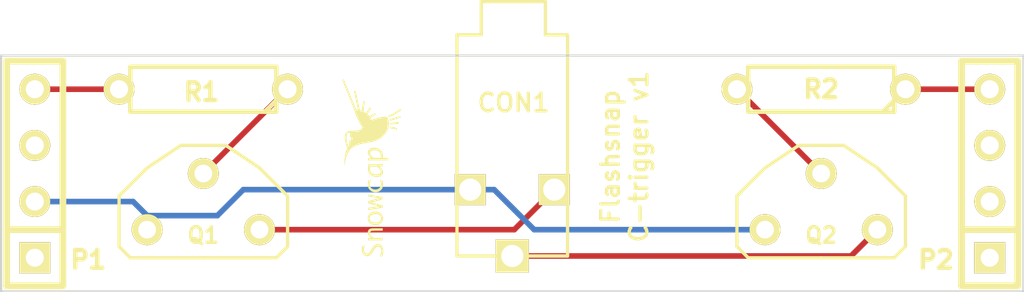
<source format=kicad_pcb>
(kicad_pcb (version 20171130) (host pcbnew "(5.1.12)-1")

  (general
    (thickness 1.6)
    (drawings 5)
    (tracks 17)
    (zones 0)
    (modules 8)
    (nets 8)
  )

  (page A3)
  (layers
    (0 F.Cu signal)
    (31 B.Cu signal)
    (32 B.Adhes user)
    (33 F.Adhes user)
    (34 B.Paste user)
    (35 F.Paste user)
    (36 B.SilkS user)
    (37 F.SilkS user)
    (38 B.Mask user)
    (39 F.Mask user)
    (40 Dwgs.User user)
    (41 Cmts.User user)
    (42 Eco1.User user)
    (43 Eco2.User user)
    (44 Edge.Cuts user)
  )

  (setup
    (last_trace_width 0.254)
    (trace_clearance 0.254)
    (zone_clearance 0.508)
    (zone_45_only no)
    (trace_min 0.254)
    (via_size 0.889)
    (via_drill 0.635)
    (via_min_size 0.889)
    (via_min_drill 0.508)
    (uvia_size 0.508)
    (uvia_drill 0.127)
    (uvias_allowed no)
    (uvia_min_size 0.508)
    (uvia_min_drill 0.127)
    (edge_width 0.1)
    (segment_width 0.2)
    (pcb_text_width 0.3)
    (pcb_text_size 1.5 1.5)
    (mod_edge_width 0.15)
    (mod_text_size 1 1)
    (mod_text_width 0.15)
    (pad_size 1.4 1.4)
    (pad_drill 1)
    (pad_to_mask_clearance 0)
    (aux_axis_origin 0 0)
    (visible_elements 7FFFFFFF)
    (pcbplotparams
      (layerselection 0x00030_ffffffff)
      (usegerberextensions true)
      (usegerberattributes true)
      (usegerberadvancedattributes true)
      (creategerberjobfile true)
      (excludeedgelayer true)
      (linewidth 0.150000)
      (plotframeref false)
      (viasonmask false)
      (mode 1)
      (useauxorigin false)
      (hpglpennumber 1)
      (hpglpenspeed 20)
      (hpglpendiameter 15.000000)
      (psnegative false)
      (psa4output false)
      (plotreference true)
      (plotvalue true)
      (plotinvisibletext false)
      (padsonsilk false)
      (subtractmaskfromsilk false)
      (outputformat 1)
      (mirror false)
      (drillshape 0)
      (scaleselection 1)
      (outputdirectory "gerbers/"))
  )

  (net 0 "")
  (net 1 N-000001)
  (net 2 N-0000010)
  (net 3 N-0000011)
  (net 4 N-0000012)
  (net 5 N-000002)
  (net 6 N-000003)
  (net 7 N-000009)

  (net_class Default "This is the default net class."
    (clearance 0.254)
    (trace_width 0.254)
    (via_dia 0.889)
    (via_drill 0.635)
    (uvia_dia 0.508)
    (uvia_drill 0.127)
    (add_net N-000001)
    (add_net N-0000010)
    (add_net N-0000011)
    (add_net N-0000012)
    (add_net N-000002)
    (add_net N-000003)
    (add_net N-000009)
  )

  (module SJ2.5PC (layer F.Cu) (tedit 5492BA4A) (tstamp 0)
    (at 217.17 138.43 270)
    (path /5491E788)
    (fp_text reference CON1 (at -1.93 -0.06) (layer F.SilkS)
      (effects (font (size 0.8 0.8) (thickness 0.15)))
    )
    (fp_text value BARREL_JACK (at -2.8 3.9 270) (layer F.SilkS) hide
      (effects (font (size 1 1) (thickness 0.15)))
    )
    (fp_line (start 5 -2.5) (end 5 2.5) (layer F.SilkS) (width 0.15))
    (fp_line (start -5 -2.5) (end -5 -1.5) (layer F.SilkS) (width 0.15))
    (fp_line (start 5 -2.5) (end -5 -2.5) (layer F.SilkS) (width 0.15))
    (fp_line (start -5 1.4) (end -6.5 1.4) (layer F.SilkS) (width 0.15))
    (fp_line (start -5 2.5) (end -5 1.4) (layer F.SilkS) (width 0.15))
    (fp_line (start -6.5 -1.5) (end -6.5 1.4) (layer F.SilkS) (width 0.15))
    (fp_line (start -5 -1.5) (end -6.5 -1.5) (layer F.SilkS) (width 0.15))
    (fp_line (start 5 2.5) (end -5 2.5) (layer F.SilkS) (width 0.15))
    (pad 3 thru_hole rect (at 5 0 270) (size 1.5 1.5) (drill 1) (layers *.Cu *.Mask F.SilkS)
      (net 6 N-000003))
    (pad 2 thru_hole rect (at 2 -1.9 270) (size 1.4 1.4) (drill 1) (layers *.Cu *.Mask F.SilkS)
      (net 5 N-000002))
    (pad 1 thru_hole rect (at 2 1.9 270) (size 1.4 1.4) (drill 1) (layers *.Cu *.Mask F.SilkS)
      (net 1 N-000001))
  )

  (module TO92PN-LARGE (layer F.Cu) (tedit 5485FD39) (tstamp 54912F3C)
    (at 203.2 139.7 180)
    (path /54912AB1)
    (fp_text reference Q1 (at 0 -2.794 180) (layer F.SilkS)
      (effects (font (size 0.7 0.7) (thickness 0.15)))
    )
    (fp_text value NPN (at 0 -1.524 180) (layer F.SilkS) hide
      (effects (font (size 0.6 0.6) (thickness 0.15)))
    )
    (fp_line (start -3.302 -3.81) (end -3.81 -3.302) (layer F.SilkS) (width 0.15))
    (fp_line (start 0 -3.81) (end -3.302 -3.81) (layer F.SilkS) (width 0.15))
    (fp_line (start 3.302 -3.81) (end 0 -3.81) (layer F.SilkS) (width 0.15))
    (fp_line (start 3.81 -3.302) (end 3.302 -3.81) (layer F.SilkS) (width 0.15))
    (fp_line (start 3.81 -1.016) (end 3.81 -3.302) (layer F.SilkS) (width 0.15))
    (fp_line (start 2.54 0.254) (end 3.81 -1.016) (layer F.SilkS) (width 0.15))
    (fp_line (start 1.016 1.27) (end 2.54 0.254) (layer F.SilkS) (width 0.15))
    (fp_line (start -1.016 1.27) (end 1.016 1.27) (layer F.SilkS) (width 0.15))
    (fp_line (start -2.54 0.254) (end -1.016 1.27) (layer F.SilkS) (width 0.15))
    (fp_line (start -3.81 -1.016) (end -2.54 0.254) (layer F.SilkS) (width 0.15))
    (fp_line (start -3.81 -3.302) (end -3.81 -1.016) (layer F.SilkS) (width 0.15))
    (pad 1 thru_hole circle (at 2.54 -2.54 180) (size 1.4 1.4) (drill 0.8) (layers *.Cu *.Mask F.SilkS)
      (net 1 N-000001))
    (pad 2 thru_hole circle (at 0 0 180) (size 1.4 1.4) (drill 0.8) (layers *.Cu *.Mask F.SilkS)
      (net 2 N-0000010))
    (pad 3 thru_hole circle (at -2.54 -2.54 180) (size 1.4 1.4) (drill 0.8) (layers *.Cu *.Mask F.SilkS)
      (net 5 N-000002))
    (model to-xxx-packages/to92.wrl
      (at (xyz 0 0 0))
      (scale (xyz 1 1 1))
      (rotate (xyz 0 0 0))
    )
  )

  (module TO92PN-LARGE (layer F.Cu) (tedit 5485FD39) (tstamp 54912F4E)
    (at 231.14 139.7 180)
    (path /54912AC0)
    (fp_text reference Q2 (at 0 -2.794 180) (layer F.SilkS)
      (effects (font (size 0.7 0.7) (thickness 0.15)))
    )
    (fp_text value NPN (at 0 -1.524 180) (layer F.SilkS) hide
      (effects (font (size 0.6 0.6) (thickness 0.15)))
    )
    (fp_line (start -3.302 -3.81) (end -3.81 -3.302) (layer F.SilkS) (width 0.15))
    (fp_line (start 0 -3.81) (end -3.302 -3.81) (layer F.SilkS) (width 0.15))
    (fp_line (start 3.302 -3.81) (end 0 -3.81) (layer F.SilkS) (width 0.15))
    (fp_line (start 3.81 -3.302) (end 3.302 -3.81) (layer F.SilkS) (width 0.15))
    (fp_line (start 3.81 -1.016) (end 3.81 -3.302) (layer F.SilkS) (width 0.15))
    (fp_line (start 2.54 0.254) (end 3.81 -1.016) (layer F.SilkS) (width 0.15))
    (fp_line (start 1.016 1.27) (end 2.54 0.254) (layer F.SilkS) (width 0.15))
    (fp_line (start -1.016 1.27) (end 1.016 1.27) (layer F.SilkS) (width 0.15))
    (fp_line (start -2.54 0.254) (end -1.016 1.27) (layer F.SilkS) (width 0.15))
    (fp_line (start -3.81 -1.016) (end -2.54 0.254) (layer F.SilkS) (width 0.15))
    (fp_line (start -3.81 -3.302) (end -3.81 -1.016) (layer F.SilkS) (width 0.15))
    (pad 1 thru_hole circle (at 2.54 -2.54 180) (size 1.4 1.4) (drill 0.8) (layers *.Cu *.Mask F.SilkS)
      (net 1 N-000001))
    (pad 2 thru_hole circle (at 0 0 180) (size 1.4 1.4) (drill 0.8) (layers *.Cu *.Mask F.SilkS)
      (net 7 N-000009))
    (pad 3 thru_hole circle (at -2.54 -2.54 180) (size 1.4 1.4) (drill 0.8) (layers *.Cu *.Mask F.SilkS)
      (net 6 N-000003))
    (model to-xxx-packages/to92.wrl
      (at (xyz 0 0 0))
      (scale (xyz 1 1 1))
      (rotate (xyz 0 0 0))
    )
  )

  (module R3 (layer F.Cu) (tedit 0) (tstamp 5492B7DD)
    (at 231.14 135.89 180)
    (descr "Resitance 3 pas")
    (tags R)
    (path /549129D5)
    (autoplace_cost180 10)
    (fp_text reference R2 (at 0 0 180) (layer F.SilkS)
      (effects (font (size 0.8 0.8) (thickness 0.2)))
    )
    (fp_text value R (at 0 0.127 180) (layer F.SilkS) hide
      (effects (font (size 1.397 1.27) (thickness 0.2032)))
    )
    (fp_line (start -3.302 -0.508) (end -2.794 -1.016) (layer F.SilkS) (width 0.2032))
    (fp_line (start 3.302 1.016) (end 3.302 0) (layer F.SilkS) (width 0.2032))
    (fp_line (start -3.302 1.016) (end 3.302 1.016) (layer F.SilkS) (width 0.2032))
    (fp_line (start -3.302 -1.016) (end -3.302 1.016) (layer F.SilkS) (width 0.2032))
    (fp_line (start 3.302 -1.016) (end -3.302 -1.016) (layer F.SilkS) (width 0.2032))
    (fp_line (start 3.302 0) (end 3.302 -1.016) (layer F.SilkS) (width 0.2032))
    (fp_line (start 3.81 0) (end 3.302 0) (layer F.SilkS) (width 0.2032))
    (fp_line (start -3.81 0) (end -3.302 0) (layer F.SilkS) (width 0.2032))
    (pad 1 thru_hole circle (at -3.81 0 180) (size 1.397 1.397) (drill 0.8128) (layers *.Cu *.Mask F.SilkS)
      (net 4 N-0000012))
    (pad 2 thru_hole circle (at 3.81 0 180) (size 1.397 1.397) (drill 0.8128) (layers *.Cu *.Mask F.SilkS)
      (net 7 N-000009))
    (model discret/resistor.wrl
      (at (xyz 0 0 0))
      (scale (xyz 0.3 0.3 0.3))
      (rotate (xyz 0 0 0))
    )
  )

  (module R3 (layer F.Cu) (tedit 54913477) (tstamp 54912F94)
    (at 203.2 135.89 180)
    (descr "Resitance 3 pas")
    (tags R)
    (path /549129D6)
    (autoplace_cost180 10)
    (fp_text reference R1 (at 0.08 -0.13 180) (layer F.SilkS)
      (effects (font (size 0.8 0.8) (thickness 0.2)))
    )
    (fp_text value R (at 0 0.127 180) (layer F.SilkS) hide
      (effects (font (size 1.397 1.27) (thickness 0.2032)))
    )
    (fp_line (start -3.302 -0.508) (end -2.794 -1.016) (layer F.SilkS) (width 0.2032))
    (fp_line (start 3.302 1.016) (end 3.302 0) (layer F.SilkS) (width 0.2032))
    (fp_line (start -3.302 1.016) (end 3.302 1.016) (layer F.SilkS) (width 0.2032))
    (fp_line (start -3.302 -1.016) (end -3.302 1.016) (layer F.SilkS) (width 0.2032))
    (fp_line (start 3.302 -1.016) (end -3.302 -1.016) (layer F.SilkS) (width 0.2032))
    (fp_line (start 3.302 0) (end 3.302 -1.016) (layer F.SilkS) (width 0.2032))
    (fp_line (start 3.81 0) (end 3.302 0) (layer F.SilkS) (width 0.2032))
    (fp_line (start -3.81 0) (end -3.302 0) (layer F.SilkS) (width 0.2032))
    (pad 1 thru_hole circle (at -3.81 0 180) (size 1.397 1.397) (drill 0.8128) (layers *.Cu *.Mask F.SilkS)
      (net 2 N-0000010))
    (pad 2 thru_hole circle (at 3.81 0 180) (size 1.397 1.397) (drill 0.8128) (layers *.Cu *.Mask F.SilkS)
      (net 3 N-0000011))
    (model discret/resistor.wrl
      (at (xyz 0 0 0))
      (scale (xyz 0.3 0.3 0.3))
      (rotate (xyz 0 0 0))
    )
  )

  (module SIL-4 (layer F.Cu) (tedit 5491E9B8) (tstamp 0)
    (at 195.58 139.7 90)
    (descr "Connecteur 4 pibs")
    (tags "CONN DEV")
    (path /5491E68B)
    (fp_text reference P1 (at -3.9 2.42 180) (layer F.SilkS)
      (effects (font (size 0.8 0.8) (thickness 0.2)))
    )
    (fp_text value CONN_4 (at 0 -2.54 90) (layer F.SilkS) hide
      (effects (font (size 1.524 1.016) (thickness 0.3048)))
    )
    (fp_line (start -2.54 1.27) (end -2.54 -1.27) (layer F.SilkS) (width 0.3048))
    (fp_line (start 5.08 1.27) (end -5.08 1.27) (layer F.SilkS) (width 0.3048))
    (fp_line (start 5.08 -1.27) (end 5.08 1.27) (layer F.SilkS) (width 0.3048))
    (fp_line (start -5.08 -1.27) (end 5.08 -1.27) (layer F.SilkS) (width 0.3048))
    (fp_line (start -5.08 -1.27) (end -5.08 -1.27) (layer F.SilkS) (width 0.3048))
    (fp_line (start -5.08 1.27) (end -5.08 -1.27) (layer F.SilkS) (width 0.3048))
    (fp_line (start -5.08 -1.27) (end -5.08 -1.27) (layer F.SilkS) (width 0.3048))
    (pad 1 thru_hole rect (at -3.81 0 90) (size 1.397 1.397) (drill 0.8128) (layers *.Cu *.Mask F.SilkS))
    (pad 2 thru_hole circle (at -1.27 0 90) (size 1.397 1.397) (drill 0.8128) (layers *.Cu *.Mask F.SilkS)
      (net 1 N-000001))
    (pad 3 thru_hole circle (at 1.27 0 90) (size 1.397 1.397) (drill 0.8128) (layers *.Cu *.Mask F.SilkS))
    (pad 4 thru_hole circle (at 3.81 0 90) (size 1.397 1.397) (drill 0.8128) (layers *.Cu *.Mask F.SilkS)
      (net 3 N-0000011))
  )

  (module SIL-4 (layer F.Cu) (tedit 5491E9C9) (tstamp 5491E92F)
    (at 238.76 139.7 90)
    (descr "Connecteur 4 pibs")
    (tags "CONN DEV")
    (path /5491E69A)
    (fp_text reference P2 (at -3.9 -2.43 180) (layer F.SilkS)
      (effects (font (size 0.8 0.8) (thickness 0.2)))
    )
    (fp_text value CONN_4 (at 0 -2.54 90) (layer F.SilkS) hide
      (effects (font (size 1.524 1.016) (thickness 0.3048)))
    )
    (fp_line (start -2.54 1.27) (end -2.54 -1.27) (layer F.SilkS) (width 0.3048))
    (fp_line (start 5.08 1.27) (end -5.08 1.27) (layer F.SilkS) (width 0.3048))
    (fp_line (start 5.08 -1.27) (end 5.08 1.27) (layer F.SilkS) (width 0.3048))
    (fp_line (start -5.08 -1.27) (end 5.08 -1.27) (layer F.SilkS) (width 0.3048))
    (fp_line (start -5.08 -1.27) (end -5.08 -1.27) (layer F.SilkS) (width 0.3048))
    (fp_line (start -5.08 1.27) (end -5.08 -1.27) (layer F.SilkS) (width 0.3048))
    (fp_line (start -5.08 -1.27) (end -5.08 -1.27) (layer F.SilkS) (width 0.3048))
    (pad 1 thru_hole rect (at -3.81 0 90) (size 1.397 1.397) (drill 0.8128) (layers *.Cu *.Mask F.SilkS))
    (pad 2 thru_hole circle (at -1.27 0 90) (size 1.397 1.397) (drill 0.8128) (layers *.Cu *.Mask F.SilkS))
    (pad 3 thru_hole circle (at 1.27 0 90) (size 1.397 1.397) (drill 0.8128) (layers *.Cu *.Mask F.SilkS))
    (pad 4 thru_hole circle (at 3.81 0 90) (size 1.397 1.397) (drill 0.8128) (layers *.Cu *.Mask F.SilkS)
      (net 4 N-0000012))
  )

  (module LOGO_SNOWCAP_FRONT_SMALL (layer F.Cu) (tedit 5493CD4C) (tstamp 54961ECA)
    (at 210.82 139.446 90)
    (fp_text reference VAL (at 0 0 90) (layer F.SilkS) hide
      (effects (font (size 0.381 0.381) (thickness 0.09525)))
    )
    (fp_text value REF (at 0 0 90) (layer F.SilkS) hide
      (effects (font (size 0.381 0.381) (thickness 0.09525)))
    )
    (fp_poly (pts (xy -1.20904 -0.1651) (xy -1.20904 -0.16256) (xy -1.21158 -0.14986) (xy -1.21412 -0.13208)
      (xy -1.2192 -0.10668) (xy -1.22428 -0.0762) (xy -1.22936 -0.04318) (xy -1.23444 -0.00254)
      (xy -1.24206 0.04064) (xy -1.24968 0.0889) (xy -1.2573 0.13716) (xy -1.26238 0.1651)
      (xy -1.31572 0.49276) (xy -1.36652 0.49276) (xy -1.41732 0.49022) (xy -1.48082 0.2794)
      (xy -1.49352 0.23622) (xy -1.50622 0.19812) (xy -1.51638 0.16002) (xy -1.52654 0.12192)
      (xy -1.5367 0.09144) (xy -1.54432 0.0635) (xy -1.5494 0.04064) (xy -1.55448 0.0254)
      (xy -1.55448 0.02286) (xy -1.55702 0.00508) (xy -1.5621 -0.0127) (xy -1.56464 -0.02032)
      (xy -1.56464 -0.0254) (xy -1.56718 -0.02032) (xy -1.56972 -0.01016) (xy -1.57226 0.00508)
      (xy -1.57734 0.02286) (xy -1.57988 0.03302) (xy -1.58496 0.05334) (xy -1.59004 0.07874)
      (xy -1.59766 0.10922) (xy -1.60528 0.14478) (xy -1.61544 0.18034) (xy -1.6256 0.22098)
      (xy -1.63576 0.26162) (xy -1.64084 0.2794) (xy -1.69418 0.49276) (xy -1.74752 0.49276)
      (xy -1.77038 0.49276) (xy -1.78562 0.49276) (xy -1.79324 0.49276) (xy -1.80086 0.49022)
      (xy -1.8034 0.48768) (xy -1.8034 0.48514) (xy -1.8034 0.47752) (xy -1.80594 0.46482)
      (xy -1.81102 0.44704) (xy -1.81356 0.42164) (xy -1.81864 0.39116) (xy -1.82372 0.3556)
      (xy -1.83134 0.31496) (xy -1.83896 0.27178) (xy -1.84658 0.22606) (xy -1.8542 0.1778)
      (xy -1.85674 0.1651) (xy -1.86436 0.11684) (xy -1.87198 0.06858) (xy -1.8796 0.0254)
      (xy -1.88468 -0.01778) (xy -1.8923 -0.05334) (xy -1.89738 -0.08636) (xy -1.89992 -0.1143)
      (xy -1.905 -0.13462) (xy -1.90754 -0.14986) (xy -1.90754 -0.15748) (xy -1.91008 -0.16764)
      (xy -1.85928 -0.16764) (xy -1.83642 -0.16764) (xy -1.82118 -0.16764) (xy -1.81102 -0.1651)
      (xy -1.80848 -0.1651) (xy -1.80848 -0.16256) (xy -1.80594 -0.16002) (xy -1.80594 -0.14732)
      (xy -1.80086 -0.12954) (xy -1.79832 -0.10414) (xy -1.79324 -0.0762) (xy -1.78816 -0.04318)
      (xy -1.78308 -0.00762) (xy -1.77546 0.03302) (xy -1.77546 0.03556) (xy -1.7653 0.09652)
      (xy -1.75768 0.1524) (xy -1.75006 0.19812) (xy -1.74498 0.23622) (xy -1.7399 0.2667)
      (xy -1.73482 0.28956) (xy -1.73228 0.30734) (xy -1.72974 0.3175) (xy -1.72974 0.32004)
      (xy -1.7272 0.3175) (xy -1.72466 0.30734) (xy -1.72212 0.2921) (xy -1.71958 0.2794)
      (xy -1.71704 0.2667) (xy -1.7145 0.24892) (xy -1.70688 0.22352) (xy -1.7018 0.19558)
      (xy -1.69164 0.16002) (xy -1.68402 0.12446) (xy -1.67386 0.08636) (xy -1.6637 0.04572)
      (xy -1.66116 0.03556) (xy -1.60782 -0.16764) (xy -1.55702 -0.16764) (xy -1.50876 -0.16764)
      (xy -1.45034 0.02794) (xy -1.44018 0.06858) (xy -1.42748 0.10668) (xy -1.41732 0.14478)
      (xy -1.40716 0.18034) (xy -1.39954 0.21082) (xy -1.39192 0.23876) (xy -1.38684 0.25908)
      (xy -1.38176 0.27178) (xy -1.37668 0.29464) (xy -1.37414 0.30734) (xy -1.3716 0.31496)
      (xy -1.36906 0.31496) (xy -1.36906 0.31242) (xy -1.36652 0.30734) (xy -1.36398 0.2921)
      (xy -1.36144 0.27432) (xy -1.3589 0.25146) (xy -1.35382 0.22606) (xy -1.35128 0.20828)
      (xy -1.3462 0.18034) (xy -1.34112 0.14732) (xy -1.33604 0.10922) (xy -1.32842 0.06858)
      (xy -1.32334 0.02794) (xy -1.31826 -0.0127) (xy -1.31572 -0.0254) (xy -1.31064 -0.05588)
      (xy -1.30556 -0.08636) (xy -1.30048 -0.11176) (xy -1.29794 -0.13462) (xy -1.2954 -0.1524)
      (xy -1.29286 -0.16256) (xy -1.29286 -0.1651) (xy -1.29032 -0.16764) (xy -1.28016 -0.16764)
      (xy -1.26746 -0.16764) (xy -1.25222 -0.16764) (xy -1.23444 -0.16764) (xy -1.22174 -0.16764)
      (xy -1.21158 -0.16764) (xy -1.20904 -0.1651)) (layer F.SilkS) (width 0.00254))
    (fp_poly (pts (xy -2.7305 0.49276) (xy -2.78384 0.49276) (xy -2.83718 0.49276) (xy -2.83972 0.25654)
      (xy -2.83972 0.19812) (xy -2.83972 0.14732) (xy -2.84226 0.10414) (xy -2.84226 0.06858)
      (xy -2.84226 0.0381) (xy -2.8448 0.01778) (xy -2.8448 0.00254) (xy -2.84734 -0.00254)
      (xy -2.85496 -0.03048) (xy -2.8702 -0.0508) (xy -2.89052 -0.06858) (xy -2.91338 -0.08128)
      (xy -2.93116 -0.08382) (xy -2.95656 -0.08382) (xy -2.9845 -0.07366) (xy -3.01498 -0.06096)
      (xy -3.04546 -0.04064) (xy -3.07594 -0.01524) (xy -3.10388 0.0127) (xy -3.13182 0.04572)
      (xy -3.15468 0.08128) (xy -3.15722 0.08382) (xy -3.16992 0.10922) (xy -3.16992 0.29972)
      (xy -3.16992 0.49276) (xy -3.2258 0.49276) (xy -3.27914 0.49276) (xy -3.27914 0.16256)
      (xy -3.27914 -0.16764) (xy -3.2258 -0.16764) (xy -3.16992 -0.16764) (xy -3.16992 -0.09652)
      (xy -3.16992 -0.02794) (xy -3.15976 -0.04064) (xy -3.14198 -0.0635) (xy -3.12928 -0.07874)
      (xy -3.11658 -0.09398) (xy -3.10388 -0.10414) (xy -3.09118 -0.11684) (xy -3.08864 -0.11684)
      (xy -3.05308 -0.14478) (xy -3.01244 -0.1651) (xy -2.97434 -0.1778) (xy -2.9337 -0.18542)
      (xy -2.8956 -0.18288) (xy -2.86004 -0.17526) (xy -2.82448 -0.15748) (xy -2.81686 -0.1524)
      (xy -2.79146 -0.13716) (xy -2.77368 -0.11684) (xy -2.75844 -0.09398) (xy -2.74828 -0.06604)
      (xy -2.74066 -0.03556) (xy -2.73558 0.00508) (xy -2.73558 0.01016) (xy -2.73304 0.02286)
      (xy -2.73304 0.04318) (xy -2.73304 0.06858) (xy -2.7305 0.09906) (xy -2.7305 0.13462)
      (xy -2.7305 0.17272) (xy -2.7305 0.21336) (xy -2.7305 0.25654) (xy -2.7305 0.27432)
      (xy -2.7305 0.49276)) (layer F.SilkS) (width 0.00254))
    (fp_poly (pts (xy 0.18796 0.48768) (xy 0.18542 0.49022) (xy 0.18034 0.49276) (xy 0.17018 0.49276)
      (xy 0.15494 0.49276) (xy 0.13208 0.49276) (xy 0.07366 0.49276) (xy 0.06604 0.45212)
      (xy 0.0635 0.42926) (xy 0.06096 0.4064) (xy 0.05842 0.38608) (xy 0.05842 0.381)
      (xy 0.05588 0.36576) (xy 0.05588 0.35306) (xy 0.05334 0.34798) (xy 0.05334 0.21844)
      (xy 0.0508 0.0762) (xy 0.0508 -0.07112) (xy 0.02794 -0.0762) (xy 0.01524 -0.07874)
      (xy -0.00508 -0.08128) (xy -0.0254 -0.08128) (xy -0.03556 -0.08382) (xy -0.07874 -0.08382)
      (xy -0.1143 -0.0762) (xy -0.14732 -0.06604) (xy -0.18034 -0.04572) (xy -0.21082 -0.02032)
      (xy -0.21336 -0.01778) (xy -0.23622 0.0127) (xy -0.25654 0.04318) (xy -0.27178 0.0762)
      (xy -0.28194 0.11176) (xy -0.28702 0.13462) (xy -0.28956 0.1651) (xy -0.28956 0.19558)
      (xy -0.2921 0.22606) (xy -0.28956 0.25654) (xy -0.28702 0.2794) (xy -0.28448 0.2921)
      (xy -0.27178 0.32766) (xy -0.254 0.35814) (xy -0.23114 0.381) (xy -0.2159 0.3937)
      (xy -0.1905 0.40386) (xy -0.16256 0.40386) (xy -0.13462 0.39878) (xy -0.12446 0.39624)
      (xy -0.10668 0.38862) (xy -0.09144 0.37846) (xy -0.08382 0.37338) (xy -0.0635 0.35814)
      (xy -0.04064 0.33782) (xy -0.01778 0.31242) (xy 0.00508 0.28702) (xy 0.02286 0.26416)
      (xy 0.02794 0.25654) (xy 0.05334 0.21844) (xy 0.05334 0.34798) (xy 0.0508 0.35306)
      (xy 0.04318 0.36068) (xy 0.0381 0.3683) (xy 0.02286 0.38862) (xy 0.00254 0.41148)
      (xy -0.02032 0.4318) (xy -0.04318 0.45212) (xy -0.05334 0.45974) (xy -0.09398 0.4826)
      (xy -0.13462 0.50038) (xy -0.17272 0.508) (xy -0.21336 0.51054) (xy -0.22352 0.508)
      (xy -0.25654 0.50038) (xy -0.28702 0.48514) (xy -0.3175 0.46482) (xy -0.34544 0.43942)
      (xy -0.3683 0.40894) (xy -0.38354 0.381) (xy -0.38862 0.36576) (xy -0.39624 0.34798)
      (xy -0.40132 0.32766) (xy -0.40132 0.32512) (xy -0.40894 0.26924) (xy -0.41148 0.21336)
      (xy -0.4064 0.16002) (xy -0.39624 0.10668) (xy -0.381 0.05588) (xy -0.36068 0.00762)
      (xy -0.33528 -0.0381) (xy -0.3048 -0.0762) (xy -0.26924 -0.10922) (xy -0.26416 -0.1143)
      (xy -0.23622 -0.13208) (xy -0.21082 -0.14732) (xy -0.18288 -0.16002) (xy -0.16256 -0.1651)
      (xy -0.14986 -0.16764) (xy -0.13716 -0.17018) (xy -0.11938 -0.17272) (xy -0.1016 -0.17272)
      (xy -0.07874 -0.17526) (xy -0.0508 -0.17526) (xy -0.02032 -0.17272) (xy 0.02032 -0.17272)
      (xy 0.06604 -0.17018) (xy 0.07366 -0.17018) (xy 0.1651 -0.16764) (xy 0.1651 0.09144)
      (xy 0.1651 0.1524) (xy 0.1651 0.2032) (xy 0.1651 0.25146) (xy 0.1651 0.28956)
      (xy 0.16764 0.32512) (xy 0.16764 0.3556) (xy 0.17018 0.381) (xy 0.17018 0.40386)
      (xy 0.17272 0.42164) (xy 0.17526 0.43942) (xy 0.1778 0.45466) (xy 0.18288 0.4699)
      (xy 0.18542 0.4826) (xy 0.18796 0.48514) (xy 0.18796 0.48768)) (layer F.SilkS) (width 0.00254))
    (fp_poly (pts (xy -0.54864 0.47244) (xy -0.5588 0.47752) (xy -0.56642 0.48006) (xy -0.58166 0.4826)
      (xy -0.59944 0.48768) (xy -0.60706 0.49022) (xy -0.66548 0.50292) (xy -0.72136 0.508)
      (xy -0.7747 0.51054) (xy -0.80264 0.508) (xy -0.8382 0.50292) (xy -0.8763 0.49276)
      (xy -0.91186 0.47752) (xy -0.93726 0.46482) (xy -0.97282 0.43942) (xy -1.00584 0.40894)
      (xy -1.03378 0.37592) (xy -1.05918 0.33782) (xy -1.06172 0.3302) (xy -1.0795 0.28702)
      (xy -1.0922 0.2413) (xy -1.09728 0.19304) (xy -1.09728 0.14224) (xy -1.0922 0.09398)
      (xy -1.08204 0.04826) (xy -1.0668 0.00508) (xy -1.06426 0.00254) (xy -1.03886 -0.04064)
      (xy -1.00838 -0.07874) (xy -0.97282 -0.1143) (xy -0.93218 -0.14224) (xy -0.889 -0.16256)
      (xy -0.8509 -0.17526) (xy -0.80518 -0.18288) (xy -0.75692 -0.18542) (xy -0.70358 -0.18034)
      (xy -0.65024 -0.17272) (xy -0.59436 -0.16002) (xy -0.57912 -0.15748) (xy -0.54864 -0.14732)
      (xy -0.54864 -0.09652) (xy -0.54864 -0.07366) (xy -0.54864 -0.06096) (xy -0.55118 -0.0508)
      (xy -0.55118 -0.04572) (xy -0.55372 -0.04572) (xy -0.55626 -0.04572) (xy -0.56134 -0.04826)
      (xy -0.57404 -0.05334) (xy -0.59182 -0.05842) (xy -0.60706 -0.0635) (xy -0.62992 -0.07112)
      (xy -0.65024 -0.07874) (xy -0.67056 -0.08382) (xy -0.68326 -0.08636) (xy -0.70866 -0.09144)
      (xy -0.7366 -0.09144) (xy -0.76708 -0.09144) (xy -0.79248 -0.09144) (xy -0.81534 -0.08636)
      (xy -0.85344 -0.07366) (xy -0.88646 -0.05334) (xy -0.9144 -0.0254) (xy -0.9398 0.00762)
      (xy -0.95758 0.04318) (xy -0.97028 0.08382) (xy -0.9779 0.12954) (xy -0.9779 0.15748)
      (xy -0.9779 0.19304) (xy -0.97282 0.22352) (xy -0.9652 0.254) (xy -0.9525 0.28194)
      (xy -0.92964 0.32004) (xy -0.90678 0.35052) (xy -0.87884 0.37592) (xy -0.84582 0.3937)
      (xy -0.83312 0.39878) (xy -0.81788 0.40132) (xy -0.79502 0.4064) (xy -0.76962 0.4064)
      (xy -0.74168 0.40894) (xy -0.71628 0.40894) (xy -0.69088 0.4064) (xy -0.68072 0.4064)
      (xy -0.66548 0.40132) (xy -0.6477 0.39878) (xy -0.62738 0.39116) (xy -0.60452 0.38608)
      (xy -0.58166 0.37846) (xy -0.56642 0.37338) (xy -0.55626 0.37084) (xy -0.55372 0.37084)
      (xy -0.55118 0.37338) (xy -0.54864 0.37846) (xy -0.54864 0.39116) (xy -0.54864 0.40894)
      (xy -0.54864 0.42164) (xy -0.54864 0.47244)) (layer F.SilkS) (width 0.00254))
    (fp_poly (pts (xy -1.97612 0.1905) (xy -1.97866 0.2286) (xy -1.98374 0.26162) (xy -1.99136 0.2921)
      (xy -2.00152 0.32258) (xy -2.02692 0.3683) (xy -2.05486 0.40894) (xy -2.09042 0.44196)
      (xy -2.09296 0.4445) (xy -2.09296 0.15748) (xy -2.0955 0.10922) (xy -2.10312 0.06604)
      (xy -2.11582 0.0254) (xy -2.1336 -0.01016) (xy -2.15392 -0.03556) (xy -2.17932 -0.06096)
      (xy -2.20472 -0.0762) (xy -2.23774 -0.0889) (xy -2.27076 -0.09144) (xy -2.29362 -0.09144)
      (xy -2.31394 -0.09144) (xy -2.32918 -0.0889) (xy -2.34188 -0.08636) (xy -2.35712 -0.07874)
      (xy -2.35966 -0.07874) (xy -2.39014 -0.05842) (xy -2.41808 -0.03302) (xy -2.4384 -0.00254)
      (xy -2.45618 0.0381) (xy -2.4638 0.05842) (xy -2.46634 0.07112) (xy -2.46888 0.08382)
      (xy -2.47142 0.09652) (xy -2.47142 0.11176) (xy -2.47142 0.13208) (xy -2.47142 0.15748)
      (xy -2.47142 0.16256) (xy -2.47142 0.19558) (xy -2.47142 0.22098) (xy -2.46888 0.24384)
      (xy -2.4638 0.26416) (xy -2.45872 0.28194) (xy -2.4511 0.30226) (xy -2.44348 0.3175)
      (xy -2.42316 0.35052) (xy -2.39776 0.37846) (xy -2.36982 0.39878) (xy -2.3368 0.41148)
      (xy -2.30124 0.4191) (xy -2.26314 0.4191) (xy -2.25298 0.41656) (xy -2.21742 0.4064)
      (xy -2.18694 0.39116) (xy -2.159 0.3683) (xy -2.13614 0.33782) (xy -2.11836 0.3048)
      (xy -2.10312 0.26162) (xy -2.0955 0.2159) (xy -2.09296 0.20574) (xy -2.09296 0.15748)
      (xy -2.09296 0.4445) (xy -2.12852 0.4699) (xy -2.16916 0.49022) (xy -2.21488 0.50546)
      (xy -2.26314 0.51054) (xy -2.3114 0.51054) (xy -2.35966 0.50292) (xy -2.40284 0.48768)
      (xy -2.44602 0.46736) (xy -2.48158 0.43942) (xy -2.5146 0.4064) (xy -2.54254 0.36576)
      (xy -2.5654 0.32004) (xy -2.58064 0.27178) (xy -2.58572 0.25908) (xy -2.58826 0.24384)
      (xy -2.5908 0.23114) (xy -2.5908 0.21336) (xy -2.5908 0.19558) (xy -2.5908 0.16764)
      (xy -2.5908 0.1651) (xy -2.5908 0.13716) (xy -2.5908 0.11684) (xy -2.5908 0.09906)
      (xy -2.58826 0.08382) (xy -2.58572 0.07112) (xy -2.58318 0.05842) (xy -2.56794 0.0127)
      (xy -2.54508 -0.03302) (xy -2.51968 -0.07366) (xy -2.48666 -0.10922) (xy -2.45364 -0.13716)
      (xy -2.44602 -0.14224) (xy -2.413 -0.16002) (xy -2.37744 -0.17272) (xy -2.33934 -0.18034)
      (xy -2.29616 -0.18542) (xy -2.26822 -0.18288) (xy -2.22758 -0.18034) (xy -2.19456 -0.17526)
      (xy -2.16154 -0.1651) (xy -2.1336 -0.14986) (xy -2.12598 -0.14478) (xy -2.0955 -0.12446)
      (xy -2.06502 -0.09652) (xy -2.03962 -0.0635) (xy -2.01676 -0.02794) (xy -2.00152 0.00762)
      (xy -1.99136 0.03048) (xy -1.98628 0.0508) (xy -1.9812 0.07112) (xy -1.97866 0.09144)
      (xy -1.97612 0.11684) (xy -1.97612 0.14732) (xy -1.97612 0.14986) (xy -1.97612 0.1905)) (layer F.SilkS) (width 0.00254))
    (fp_poly (pts (xy -3.44678 0.25146) (xy -3.44678 0.29464) (xy -3.45694 0.33528) (xy -3.46964 0.37084)
      (xy -3.48996 0.40894) (xy -3.52044 0.43942) (xy -3.55346 0.46736) (xy -3.59156 0.49022)
      (xy -3.63728 0.50546) (xy -3.66014 0.51054) (xy -3.68046 0.51308) (xy -3.7084 0.51562)
      (xy -3.73634 0.51816) (xy -3.76682 0.51816) (xy -3.7973 0.51816) (xy -3.8227 0.51816)
      (xy -3.84048 0.51562) (xy -3.87604 0.51054) (xy -3.91414 0.50292) (xy -3.95224 0.49022)
      (xy -3.96748 0.48514) (xy -4.0005 0.47498) (xy -4.00304 0.41656) (xy -4.00304 0.36068)
      (xy -3.96748 0.37846) (xy -3.92684 0.3937) (xy -3.88112 0.4064) (xy -3.83794 0.41656)
      (xy -3.7973 0.42418) (xy -3.7592 0.42926) (xy -3.74904 0.42926) (xy -3.71856 0.42672)
      (xy -3.68808 0.4191) (xy -3.6576 0.41148) (xy -3.6322 0.39878) (xy -3.61188 0.38354)
      (xy -3.60934 0.381) (xy -3.58902 0.35814) (xy -3.57378 0.3302) (xy -3.56616 0.29972)
      (xy -3.56362 0.26924) (xy -3.56362 0.2667) (xy -3.5687 0.24638) (xy -3.57378 0.22606)
      (xy -3.58394 0.20828) (xy -3.59664 0.18796) (xy -3.61696 0.17018) (xy -3.63982 0.14986)
      (xy -3.66776 0.12954) (xy -3.70078 0.10668) (xy -3.74396 0.08128) (xy -3.77444 0.0635)
      (xy -3.80746 0.04572) (xy -3.83286 0.02794) (xy -3.85572 0.01524) (xy -3.8735 0.00254)
      (xy -3.89128 -0.01016) (xy -3.90398 -0.02286) (xy -3.91922 -0.03556) (xy -3.91922 -0.0381)
      (xy -3.9497 -0.07366) (xy -3.97256 -0.10922) (xy -3.98526 -0.14986) (xy -3.99288 -0.1905)
      (xy -3.99288 -0.20574) (xy -3.99034 -0.25146) (xy -3.98018 -0.28956) (xy -3.96494 -0.32512)
      (xy -3.94208 -0.35814) (xy -3.92684 -0.37338) (xy -3.8989 -0.39624) (xy -3.8735 -0.41656)
      (xy -3.84048 -0.42926) (xy -3.80746 -0.43942) (xy -3.76428 -0.44704) (xy -3.74396 -0.44958)
      (xy -3.71094 -0.45212) (xy -3.67538 -0.44958) (xy -3.63982 -0.44704) (xy -3.60172 -0.4445)
      (xy -3.5687 -0.43942) (xy -3.53822 -0.4318) (xy -3.5179 -0.42418) (xy -3.50774 -0.42164)
      (xy -3.50774 -0.37338) (xy -3.50774 -0.3556) (xy -3.50774 -0.34036) (xy -3.50774 -0.32766)
      (xy -3.50774 -0.32512) (xy -3.51282 -0.32512) (xy -3.52298 -0.32766) (xy -3.53822 -0.3302)
      (xy -3.54584 -0.33274) (xy -3.59664 -0.34798) (xy -3.65252 -0.3556) (xy -3.68046 -0.35814)
      (xy -3.72618 -0.35814) (xy -3.76428 -0.35306) (xy -3.7973 -0.34036) (xy -3.82778 -0.32004)
      (xy -3.83794 -0.30988) (xy -3.85572 -0.2921) (xy -3.86588 -0.27178) (xy -3.87096 -0.24892)
      (xy -3.8735 -0.22098) (xy -3.8735 -0.2032) (xy -3.87096 -0.18542) (xy -3.86588 -0.17018)
      (xy -3.85826 -0.15494) (xy -3.8481 -0.1397) (xy -3.83286 -0.12446) (xy -3.81508 -0.10922)
      (xy -3.78968 -0.09144) (xy -3.76174 -0.07112) (xy -3.72618 -0.04826) (xy -3.68554 -0.02286)
      (xy -3.67284 -0.01778) (xy -3.63474 0.00762) (xy -3.60172 0.02794) (xy -3.57632 0.04572)
      (xy -3.55346 0.06096) (xy -3.53568 0.0762) (xy -3.52044 0.0889) (xy -3.50774 0.10414)
      (xy -3.49504 0.11684) (xy -3.48488 0.13462) (xy -3.48234 0.13716) (xy -3.46456 0.17272)
      (xy -3.45186 0.21082) (xy -3.44678 0.25146)) (layer F.SilkS) (width 0.00254))
    (fp_poly (pts (xy 0.91186 0.1016) (xy 0.90932 0.15748) (xy 0.9017 0.20828) (xy 0.889 0.254)
      (xy 0.87122 0.29972) (xy 0.86614 0.30988) (xy 0.8382 0.35814) (xy 0.80518 0.40132)
      (xy 0.79248 0.41402) (xy 0.79248 0.13716) (xy 0.79248 0.09144) (xy 0.7874 0.0508)
      (xy 0.77724 0.01524) (xy 0.76454 -0.01778) (xy 0.74676 -0.04318) (xy 0.72644 -0.06096)
      (xy 0.70358 -0.07366) (xy 0.67818 -0.07874) (xy 0.65278 -0.07874) (xy 0.62484 -0.06858)
      (xy 0.59436 -0.05334) (xy 0.56388 -0.03302) (xy 0.53594 -0.00762) (xy 0.50546 0.0254)
      (xy 0.47752 0.0635) (xy 0.47498 0.06858) (xy 0.44958 0.10668) (xy 0.44958 0.25146)
      (xy 0.44958 0.39624) (xy 0.48006 0.40132) (xy 0.50546 0.4064) (xy 0.5334 0.40894)
      (xy 0.56134 0.40894) (xy 0.58674 0.4064) (xy 0.60706 0.40386) (xy 0.61214 0.40386)
      (xy 0.64008 0.3937) (xy 0.66548 0.381) (xy 0.68834 0.36322) (xy 0.7112 0.3429)
      (xy 0.7366 0.31242) (xy 0.75946 0.28194) (xy 0.7747 0.24638) (xy 0.78486 0.20574)
      (xy 0.78994 0.16002) (xy 0.79248 0.13716) (xy 0.79248 0.41402) (xy 0.76962 0.43434)
      (xy 0.73152 0.46228) (xy 0.68834 0.4826) (xy 0.64008 0.4953) (xy 0.635 0.49784)
      (xy 0.6223 0.49784) (xy 0.60198 0.50038) (xy 0.57912 0.50038) (xy 0.55372 0.50038)
      (xy 0.52578 0.50038) (xy 0.50292 0.49784) (xy 0.48006 0.49784) (xy 0.46482 0.4953)
      (xy 0.45974 0.4953) (xy 0.44958 0.49276) (xy 0.44958 0.61976) (xy 0.44958 0.7493)
      (xy 0.3937 0.7493) (xy 0.33782 0.7493) (xy 0.33782 0.28956) (xy 0.33782 -0.17018)
      (xy 0.39116 -0.16764) (xy 0.44704 -0.16764) (xy 0.44704 -0.09652) (xy 0.44958 -0.0254)
      (xy 0.47498 -0.05842) (xy 0.508 -0.09652) (xy 0.54864 -0.12954) (xy 0.58928 -0.15494)
      (xy 0.61976 -0.16764) (xy 0.6477 -0.1778) (xy 0.6731 -0.18288) (xy 0.70104 -0.18288)
      (xy 0.7112 -0.18288) (xy 0.74422 -0.18034) (xy 0.77216 -0.16764) (xy 0.80264 -0.1524)
      (xy 0.83058 -0.127) (xy 0.83312 -0.127) (xy 0.84836 -0.11176) (xy 0.86106 -0.09652)
      (xy 0.87122 -0.07874) (xy 0.87884 -0.0635) (xy 0.89154 -0.03556) (xy 0.89916 -0.00762)
      (xy 0.90678 0.02286) (xy 0.90932 0.05588) (xy 0.91186 0.09398) (xy 0.91186 0.1016)) (layer F.SilkS) (width 0.00254))
    (fp_poly (pts (xy 3.99796 -1.29286) (xy 3.99542 -1.28016) (xy 3.9878 -1.26746) (xy 3.9878 -1.26492)
      (xy 3.98018 -1.26238) (xy 3.96748 -1.2573) (xy 3.9497 -1.24714) (xy 3.92938 -1.23952)
      (xy 3.90652 -1.22936) (xy 3.8989 -1.22682) (xy 3.88112 -1.2192) (xy 3.85826 -1.20904)
      (xy 3.82778 -1.19634) (xy 3.79222 -1.1811) (xy 3.75412 -1.16586) (xy 3.71348 -1.15062)
      (xy 3.6703 -1.1303) (xy 3.62712 -1.11252) (xy 3.5814 -1.09474) (xy 3.57378 -1.0922)
      (xy 3.48488 -1.05664) (xy 3.39598 -1.01854) (xy 3.30454 -0.98044) (xy 3.2131 -0.94488)
      (xy 3.1242 -0.90932) (xy 3.0353 -0.87376) (xy 2.95148 -0.84074) (xy 2.8702 -0.80772)
      (xy 2.79654 -0.77978) (xy 2.78892 -0.77724) (xy 2.75844 -0.76454) (xy 2.7305 -0.75438)
      (xy 2.7051 -0.74422) (xy 2.68478 -0.7366) (xy 2.66954 -0.73152) (xy 2.65938 -0.72644)
      (xy 2.65684 -0.72644) (xy 2.65176 -0.7239) (xy 2.64922 -0.71882) (xy 2.64668 -0.70866)
      (xy 2.64414 -0.69342) (xy 2.6416 -0.67564) (xy 2.63906 -0.65786) (xy 2.63652 -0.64262)
      (xy 2.63652 -0.62992) (xy 2.63652 -0.62738) (xy 2.63906 -0.62738) (xy 2.65176 -0.62992)
      (xy 2.66954 -0.635) (xy 2.6924 -0.64008) (xy 2.72288 -0.64516) (xy 2.75844 -0.65278)
      (xy 2.79908 -0.6604) (xy 2.84226 -0.67056) (xy 2.89052 -0.68072) (xy 2.94132 -0.69342)
      (xy 2.99466 -0.70358) (xy 3.03022 -0.7112) (xy 3.0861 -0.7239) (xy 3.13944 -0.73406)
      (xy 3.19024 -0.74676) (xy 3.2385 -0.75692) (xy 3.28168 -0.76454) (xy 3.32232 -0.7747)
      (xy 3.35534 -0.77978) (xy 3.38582 -0.7874) (xy 3.41122 -0.79248) (xy 3.429 -0.79502)
      (xy 3.43916 -0.79756) (xy 3.4417 -0.79756) (xy 3.45948 -0.79502) (xy 3.46964 -0.78486)
      (xy 3.47726 -0.77216) (xy 3.4798 -0.762) (xy 3.47726 -0.74676) (xy 3.4671 -0.73406)
      (xy 3.45948 -0.72898) (xy 3.4544 -0.72644) (xy 3.4417 -0.7239) (xy 3.42138 -0.71882)
      (xy 3.39598 -0.71374) (xy 3.3655 -0.70612) (xy 3.32994 -0.6985) (xy 3.28676 -0.68834)
      (xy 3.24104 -0.67818) (xy 3.19278 -0.66802) (xy 3.14198 -0.65786) (xy 3.0861 -0.64516)
      (xy 3.03022 -0.63246) (xy 2.61366 -0.54356) (xy 2.60096 -0.50292) (xy 2.59334 -0.4826)
      (xy 2.58826 -0.46736) (xy 2.58318 -0.4572) (xy 2.58318 -0.45212) (xy 2.58318 -0.44958)
      (xy 2.58572 -0.44958) (xy 2.59334 -0.44958) (xy 2.60604 -0.44704) (xy 2.62636 -0.4445)
      (xy 2.64922 -0.44196) (xy 2.6797 -0.43688) (xy 2.71018 -0.43434) (xy 2.7432 -0.42926)
      (xy 2.77876 -0.42418) (xy 2.81432 -0.4191) (xy 2.84988 -0.41402) (xy 2.8829 -0.40894)
      (xy 2.91338 -0.4064) (xy 2.94132 -0.40132) (xy 2.96418 -0.39878) (xy 2.97942 -0.39624)
      (xy 2.99212 -0.3937) (xy 2.9972 -0.39116) (xy 3.0099 -0.38354) (xy 3.01752 -0.3683)
      (xy 3.01752 -0.35306) (xy 3.01244 -0.33528) (xy 2.99974 -0.32512) (xy 2.9845 -0.32004)
      (xy 2.98196 -0.32004) (xy 2.97688 -0.32258) (xy 2.96164 -0.32258) (xy 2.94132 -0.32512)
      (xy 2.91592 -0.32766) (xy 2.88544 -0.33274) (xy 2.85242 -0.33782) (xy 2.81432 -0.34036)
      (xy 2.77368 -0.34798) (xy 2.7559 -0.34798) (xy 2.71526 -0.3556) (xy 2.6797 -0.35814)
      (xy 2.64414 -0.36322) (xy 2.61366 -0.3683) (xy 2.58826 -0.37084) (xy 2.5654 -0.37338)
      (xy 2.5527 -0.37338) (xy 2.54508 -0.37338) (xy 2.54254 -0.37338) (xy 2.54 -0.37084)
      (xy 2.53492 -0.36068) (xy 2.5273 -0.34544) (xy 2.51714 -0.32766) (xy 2.50952 -0.3175)
      (xy 2.47904 -0.26416) (xy 2.59588 -0.18542) (xy 2.62382 -0.16764) (xy 2.64922 -0.14986)
      (xy 2.67208 -0.13462) (xy 2.6924 -0.11938) (xy 2.7051 -0.10922) (xy 2.71526 -0.1016)
      (xy 2.72034 -0.09652) (xy 2.72542 -0.08128) (xy 2.72542 -0.06604) (xy 2.71526 -0.05334)
      (xy 2.71018 -0.04572) (xy 2.70256 -0.04318) (xy 2.69748 -0.04064) (xy 2.68986 -0.04064)
      (xy 2.6797 -0.04318) (xy 2.66954 -0.04826) (xy 2.6543 -0.05588) (xy 2.63398 -0.06858)
      (xy 2.61112 -0.08382) (xy 2.58064 -0.1016) (xy 2.55778 -0.11938) (xy 2.52984 -0.13716)
      (xy 2.50444 -0.1524) (xy 2.48158 -0.16764) (xy 2.4638 -0.18034) (xy 2.44856 -0.1905)
      (xy 2.4384 -0.19558) (xy 2.43586 -0.19558) (xy 2.43332 -0.19304) (xy 2.4257 -0.18542)
      (xy 2.413 -0.17526) (xy 2.40792 -0.17018) (xy 2.39522 -0.15748) (xy 2.38252 -0.14478)
      (xy 2.36474 -0.12954) (xy 2.35204 -0.11938) (xy 2.33934 -0.10922) (xy 2.33426 -0.10668)
      (xy 2.3368 -0.10414) (xy 2.34188 -0.09398) (xy 2.35204 -0.07874) (xy 2.3622 -0.06096)
      (xy 2.37744 -0.0381) (xy 2.39268 -0.0127) (xy 2.40538 0.01016) (xy 2.4257 0.04318)
      (xy 2.44094 0.07112) (xy 2.45618 0.09398) (xy 2.4638 0.11176) (xy 2.47142 0.127)
      (xy 2.47396 0.13716) (xy 2.4765 0.14478) (xy 2.47396 0.1524) (xy 2.47142 0.15748)
      (xy 2.46634 0.16256) (xy 2.4638 0.1651) (xy 2.44856 0.17526) (xy 2.43332 0.17526)
      (xy 2.42062 0.17018) (xy 2.413 0.16256) (xy 2.40792 0.15748) (xy 2.39776 0.14478)
      (xy 2.3876 0.127) (xy 2.37236 0.10668) (xy 2.35712 0.08128) (xy 2.34188 0.05334)
      (xy 2.33426 0.04318) (xy 2.31902 0.01778) (xy 2.30378 -0.00762) (xy 2.29108 -0.02794)
      (xy 2.28092 -0.04572) (xy 2.2733 -0.05842) (xy 2.26822 -0.0635) (xy 2.26314 -0.0635)
      (xy 2.25552 -0.05842) (xy 2.24028 -0.04826) (xy 2.22504 -0.0381) (xy 2.21488 -0.03302)
      (xy 2.16154 0) (xy 2.1717 0.02286) (xy 2.2098 0.11176) (xy 2.24028 0.20574)
      (xy 2.26822 0.30226) (xy 2.28092 0.35052) (xy 2.28854 0.39878) (xy 2.29616 0.44704)
      (xy 2.30378 0.49784) (xy 2.30632 0.54864) (xy 2.30886 0.59436) (xy 2.30886 0.635)
      (xy 2.30886 0.67564) (xy 2.29108 0.69596) (xy 2.27584 0.70866) (xy 2.2606 0.72136)
      (xy 2.24282 0.72898) (xy 2.21996 0.7366) (xy 2.19456 0.74422) (xy 2.14376 0.75692)
      (xy 2.09804 0.76454) (xy 2.05486 0.76708) (xy 2.0066 0.76962) (xy 1.9558 0.76454)
      (xy 1.9431 0.76454) (xy 1.905 0.762) (xy 1.87198 0.75692) (xy 1.84404 0.75184)
      (xy 1.81864 0.74676) (xy 1.79324 0.73914) (xy 1.76784 0.72898) (xy 1.73736 0.71882)
      (xy 1.7272 0.71374) (xy 1.66624 0.6858) (xy 1.61036 0.65278) (xy 1.59512 0.64008)
      (xy 1.59512 -1.0033) (xy 1.59258 -1.01854) (xy 1.58496 -1.04902) (xy 1.57226 -1.07442)
      (xy 1.5621 -1.08966) (xy 1.54432 -1.1049) (xy 1.51892 -1.1176) (xy 1.49352 -1.12776)
      (xy 1.46558 -1.13538) (xy 1.44526 -1.14046) (xy 1.41986 -1.14046) (xy 1.39192 -1.143)
      (xy 1.36144 -1.143) (xy 1.32842 -1.143) (xy 1.29794 -1.14046) (xy 1.27 -1.13792)
      (xy 1.25222 -1.13538) (xy 1.21666 -1.1303) (xy 1.17856 -1.12268) (xy 1.13792 -1.11252)
      (xy 1.09474 -1.09982) (xy 1.05156 -1.08712) (xy 1.01092 -1.07442) (xy 0.97536 -1.06172)
      (xy 0.9652 -1.05918) (xy 0.9271 -1.04394) (xy 0.94742 -1.0414) (xy 0.97028 -1.03632)
      (xy 0.99822 -1.03378) (xy 1.03124 -1.03124) (xy 1.0668 -1.02616) (xy 1.10236 -1.02362)
      (xy 1.13538 -1.02108) (xy 1.1684 -1.01854) (xy 1.19888 -1.016) (xy 1.22174 -1.01346)
      (xy 1.23952 -1.01346) (xy 1.27254 -1.01346) (xy 1.2573 -1.0033) (xy 1.2446 -0.9906)
      (xy 1.23952 -0.9779) (xy 1.24206 -0.96266) (xy 1.24206 -0.96012) (xy 1.24968 -0.94742)
      (xy 1.26238 -0.9398) (xy 1.2827 -0.92964) (xy 1.29032 -0.9271) (xy 1.3081 -0.92456)
      (xy 1.32842 -0.92202) (xy 1.34874 -0.92456) (xy 1.36652 -0.9271) (xy 1.38176 -0.93218)
      (xy 1.397 -0.94488) (xy 1.40462 -0.95758) (xy 1.40462 -0.97282) (xy 1.397 -0.98552)
      (xy 1.39446 -0.9906) (xy 1.38938 -0.99314) (xy 1.38938 -0.99568) (xy 1.397 -0.99568)
      (xy 1.41224 -0.99314) (xy 1.42494 -0.9906) (xy 1.44526 -0.98806) (xy 1.46812 -0.98552)
      (xy 1.49352 -0.98298) (xy 1.50368 -0.98298) (xy 1.524 -0.98044) (xy 1.53924 -0.98044)
      (xy 1.54686 -0.98298) (xy 1.55702 -0.98552) (xy 1.56464 -0.98806) (xy 1.57226 -0.9906)
      (xy 1.59512 -1.0033) (xy 1.59512 0.64008) (xy 1.55702 0.61468) (xy 1.50368 0.5715)
      (xy 1.46812 0.53848) (xy 1.42494 0.49276) (xy 1.38684 0.45212) (xy 1.35128 0.40894)
      (xy 1.3208 0.36322) (xy 1.29286 0.3175) (xy 1.26746 0.2667) (xy 1.24206 0.21082)
      (xy 1.2192 0.15748) (xy 1.20904 0.127) (xy 1.19888 0.1016) (xy 1.19126 0.07366)
      (xy 1.18364 0.04572) (xy 1.17602 0.01524) (xy 1.1684 -0.02032) (xy 1.16078 -0.05842)
      (xy 1.15316 -0.1016) (xy 1.14554 -0.1524) (xy 1.14046 -0.17526) (xy 1.12776 -0.254)
      (xy 1.11506 -0.32512) (xy 1.10236 -0.39116) (xy 1.08966 -0.45212) (xy 1.07696 -0.508)
      (xy 1.06172 -0.5588) (xy 1.04648 -0.60706) (xy 1.0287 -0.65532) (xy 1.01092 -0.70104)
      (xy 0.9906 -0.74676) (xy 0.97282 -0.78232) (xy 0.96266 -0.8001) (xy 0.94996 -0.82042)
      (xy 0.93472 -0.84582) (xy 0.91948 -0.86868) (xy 0.9017 -0.89408) (xy 0.88392 -0.91948)
      (xy 0.86614 -0.9398) (xy 0.85344 -0.96012) (xy 0.84074 -0.97282) (xy 0.83058 -0.98044)
      (xy 0.79502 -1.00584) (xy 0.75438 -1.03124) (xy 0.70612 -1.05664) (xy 0.65532 -1.08204)
      (xy 0.60452 -1.1049) (xy 0.55118 -1.12776) (xy 0.50038 -1.14808) (xy 0.44958 -1.16332)
      (xy 0.4445 -1.16586) (xy 0.39878 -1.17856) (xy 0.35814 -1.18872) (xy 0.32258 -1.19888)
      (xy 0.28956 -1.20396) (xy 0.254 -1.21158) (xy 0.22098 -1.21412) (xy 0.18542 -1.2192)
      (xy 0.16256 -1.2192) (xy 0.14478 -1.22174) (xy 0.13462 -1.22174) (xy 0.127 -1.22428)
      (xy 0.12446 -1.22682) (xy 0.12446 -1.22936) (xy 0.12446 -1.23444) (xy 0.12954 -1.23698)
      (xy 0.13462 -1.23952) (xy 0.14478 -1.23952) (xy 0.16002 -1.24206) (xy 0.18034 -1.24206)
      (xy 0.20574 -1.23952) (xy 0.23876 -1.23952) (xy 0.27432 -1.23952) (xy 0.3556 -1.23444)
      (xy 0.42672 -1.22936) (xy 0.49276 -1.22174) (xy 0.55626 -1.21412) (xy 0.61214 -1.20396)
      (xy 0.66548 -1.1938) (xy 0.71882 -1.17856) (xy 0.76708 -1.16332) (xy 0.81788 -1.143)
      (xy 0.8382 -1.13538) (xy 0.85852 -1.12776) (xy 0.87376 -1.12014) (xy 0.88646 -1.11506)
      (xy 0.89662 -1.11506) (xy 0.9017 -1.1176) (xy 0.9144 -1.12268) (xy 0.92964 -1.12776)
      (xy 0.9398 -1.1303) (xy 0.97282 -1.143) (xy 1.01346 -1.1557) (xy 1.05664 -1.1684)
      (xy 1.09982 -1.1811) (xy 1.143 -1.19126) (xy 1.18364 -1.20142) (xy 1.22174 -1.20904)
      (xy 1.23698 -1.21158) (xy 1.27 -1.21666) (xy 1.3081 -1.2192) (xy 1.3462 -1.2192)
      (xy 1.3843 -1.22174) (xy 1.41732 -1.2192) (xy 1.4351 -1.21666) (xy 1.4859 -1.20904)
      (xy 1.53162 -1.19634) (xy 1.56972 -1.17856) (xy 1.60274 -1.1557) (xy 1.62814 -1.1303)
      (xy 1.64846 -1.09982) (xy 1.65354 -1.08458) (xy 1.65862 -1.07188) (xy 1.66116 -1.05918)
      (xy 1.66624 -1.0414) (xy 1.66878 -1.02108) (xy 1.67132 -0.99822) (xy 1.67386 -0.97028)
      (xy 1.6764 -0.93472) (xy 1.6764 -0.89408) (xy 1.67894 -0.84836) (xy 1.67894 -0.8382)
      (xy 1.68148 -0.78232) (xy 1.68402 -0.73152) (xy 1.68656 -0.68834) (xy 1.69164 -0.65024)
      (xy 1.69418 -0.61722) (xy 1.69926 -0.58928) (xy 1.70434 -0.56642) (xy 1.70942 -0.5461)
      (xy 1.7145 -0.52832) (xy 1.72212 -0.51308) (xy 1.72466 -0.50546) (xy 1.72974 -0.50038)
      (xy 1.73482 -0.49276) (xy 1.74498 -0.48514) (xy 1.75514 -0.47752) (xy 1.77292 -0.46228)
      (xy 1.78816 -0.45212) (xy 1.8288 -0.4191) (xy 1.8542 -0.43688) (xy 1.8796 -0.4572)
      (xy 1.91262 -0.48006) (xy 1.95072 -0.50292) (xy 1.9939 -0.52832) (xy 2.04216 -0.55626)
      (xy 2.09042 -0.58166) (xy 2.13868 -0.60706) (xy 2.18694 -0.62992) (xy 2.2352 -0.65278)
      (xy 2.26568 -0.66548) (xy 2.30124 -0.68072) (xy 2.33934 -0.69596) (xy 2.37998 -0.71374)
      (xy 2.42316 -0.72898) (xy 2.4638 -0.74422) (xy 2.50444 -0.75946) (xy 2.54254 -0.77216)
      (xy 2.57556 -0.78232) (xy 2.60096 -0.78994) (xy 2.6035 -0.78994) (xy 2.62128 -0.79756)
      (xy 2.64414 -0.80518) (xy 2.67716 -0.81534) (xy 2.71526 -0.83058) (xy 2.75844 -0.84836)
      (xy 2.80924 -0.86614) (xy 2.86512 -0.889) (xy 2.92608 -0.91186) (xy 2.99212 -0.9398)
      (xy 3.06324 -0.96774) (xy 3.13944 -0.99822) (xy 3.21818 -1.0287) (xy 3.302 -1.06426)
      (xy 3.38836 -1.09982) (xy 3.4798 -1.13538) (xy 3.57378 -1.17348) (xy 3.66776 -1.21412)
      (xy 3.76682 -1.25476) (xy 3.85064 -1.29032) (xy 3.88112 -1.30302) (xy 3.90652 -1.31318)
      (xy 3.92684 -1.3208) (xy 3.93954 -1.32588) (xy 3.95224 -1.32842) (xy 3.95986 -1.33096)
      (xy 3.96494 -1.33096) (xy 3.97002 -1.33096) (xy 3.9751 -1.32842) (xy 3.9878 -1.3208)
      (xy 3.99542 -1.3081) (xy 3.99796 -1.29286)) (layer F.SilkS) (width 0.00254))
    (fp_poly (pts (xy 1.85674 0.85852) (xy 1.85674 0.87884) (xy 1.8542 0.90678) (xy 1.85166 0.93726)
      (xy 1.84658 0.97028) (xy 1.8415 0.99822) (xy 1.83388 1.02362) (xy 1.83388 1.0287)
      (xy 1.82372 1.05918) (xy 1.81356 1.08712) (xy 1.8034 1.11252) (xy 1.79324 1.1303)
      (xy 1.78308 1.143) (xy 1.778 1.14554) (xy 1.76276 1.14808) (xy 1.74752 1.14554)
      (xy 1.73736 1.14046) (xy 1.7272 1.1303) (xy 1.72212 1.1176) (xy 1.72466 1.10236)
      (xy 1.73228 1.08204) (xy 1.73482 1.07696) (xy 1.74752 1.04394) (xy 1.76022 1.00584)
      (xy 1.76784 0.9652) (xy 1.77546 0.9144) (xy 1.78054 0.86106) (xy 1.78308 0.84328)
      (xy 1.78562 0.83058) (xy 1.78816 0.82042) (xy 1.7907 0.81534) (xy 1.79578 0.81026)
      (xy 1.81102 0.80264) (xy 1.82626 0.80264) (xy 1.8415 0.80772) (xy 1.84658 0.8128)
      (xy 1.85166 0.81788) (xy 1.8542 0.8255) (xy 1.85674 0.83312) (xy 1.85674 0.84582)
      (xy 1.85674 0.85852)) (layer F.SilkS) (width 0.00254))
    (fp_poly (pts (xy 2.06502 1.17602) (xy 2.06502 1.18872) (xy 2.06502 1.19634) (xy 2.06248 1.20142)
      (xy 2.06248 1.2065) (xy 2.05994 1.20904) (xy 2.05486 1.21412) (xy 2.03962 1.22428)
      (xy 2.02438 1.22428) (xy 2.01168 1.2192) (xy 2.0066 1.21412) (xy 1.99644 1.20396)
      (xy 1.99136 1.19126) (xy 1.99136 1.18872) (xy 1.99136 1.1811) (xy 1.98882 1.1684)
      (xy 1.98628 1.14808) (xy 1.98374 1.12268) (xy 1.9812 1.09474) (xy 1.97866 1.06172)
      (xy 1.97358 1.02616) (xy 1.97358 1.01854) (xy 1.9685 0.9779) (xy 1.96596 0.94488)
      (xy 1.96342 0.91948) (xy 1.96342 0.89916) (xy 1.96088 0.88392) (xy 1.96088 0.87122)
      (xy 1.96088 0.8636) (xy 1.96088 0.85598) (xy 1.96088 0.85344) (xy 1.96342 0.84836)
      (xy 1.96596 0.84582) (xy 1.97612 0.83312) (xy 1.98882 0.8255) (xy 2.00406 0.8255)
      (xy 2.01676 0.83312) (xy 2.02692 0.84328) (xy 2.02946 0.84836) (xy 2.032 0.85852)
      (xy 2.03454 0.87376) (xy 2.03708 0.89662) (xy 2.04216 0.9271) (xy 2.0447 0.96266)
      (xy 2.04978 1.00584) (xy 2.05486 1.04902) (xy 2.05994 1.08712) (xy 2.06248 1.1176)
      (xy 2.06502 1.143) (xy 2.06502 1.16078) (xy 2.06502 1.17602)) (layer F.SilkS) (width 0.00254))
    (fp_poly (pts (xy 2.33934 1.26746) (xy 2.33426 1.2827) (xy 2.32664 1.29286) (xy 2.3114 1.30048)
      (xy 2.2987 1.30302) (xy 2.28346 1.29794) (xy 2.27838 1.2954) (xy 2.2733 1.28778)
      (xy 2.26568 1.27762) (xy 2.26568 1.27254) (xy 2.26314 1.26492) (xy 2.25806 1.25222)
      (xy 2.25044 1.2319) (xy 2.24282 1.2065) (xy 2.2352 1.17856) (xy 2.22504 1.14808)
      (xy 2.21488 1.11252) (xy 2.20472 1.0795) (xy 2.19456 1.04394) (xy 2.18186 1.00838)
      (xy 2.1717 0.97536) (xy 2.16408 0.94234) (xy 2.15392 0.9144) (xy 2.14884 0.89154)
      (xy 2.14122 0.87122) (xy 2.13868 0.85852) (xy 2.13614 0.8509) (xy 2.13614 0.84074)
      (xy 2.13868 0.83312) (xy 2.14884 0.81788) (xy 2.16408 0.81026) (xy 2.17678 0.81026)
      (xy 2.19202 0.8128) (xy 2.20218 0.8255) (xy 2.20726 0.83312) (xy 2.21234 0.84074)
      (xy 2.21742 0.85598) (xy 2.2225 0.8763) (xy 2.23012 0.9017) (xy 2.24028 0.93218)
      (xy 2.25044 0.9652) (xy 2.2606 0.99822) (xy 2.27076 1.03378) (xy 2.28346 1.06934)
      (xy 2.29362 1.1049) (xy 2.30378 1.14046) (xy 2.3114 1.17094) (xy 2.32156 1.20142)
      (xy 2.32664 1.22428) (xy 2.33172 1.2446) (xy 2.3368 1.25984) (xy 2.33934 1.26746)) (layer F.SilkS) (width 0.00254))
    (fp_poly (pts (xy 2.66954 1.30302) (xy 2.667 1.31318) (xy 2.65938 1.3208) (xy 2.64922 1.33096)
      (xy 2.63652 1.33604) (xy 2.62636 1.3335) (xy 2.61874 1.3335) (xy 2.61112 1.32842)
      (xy 2.6035 1.3208) (xy 2.59334 1.3081) (xy 2.58064 1.29286) (xy 2.5654 1.27254)
      (xy 2.49936 1.17602) (xy 2.4384 1.07442) (xy 2.37998 0.96774) (xy 2.33172 0.86868)
      (xy 2.32156 0.84074) (xy 2.3114 0.82296) (xy 2.30632 0.80772) (xy 2.30378 0.79502)
      (xy 2.30378 0.7874) (xy 2.30378 0.77978) (xy 2.30632 0.77216) (xy 2.31394 0.762)
      (xy 2.32664 0.75438) (xy 2.33934 0.75184) (xy 2.34696 0.75184) (xy 2.35458 0.75438)
      (xy 2.3622 0.75946) (xy 2.36982 0.76708) (xy 2.37744 0.77978) (xy 2.38506 0.79756)
      (xy 2.39776 0.82296) (xy 2.4003 0.83058) (xy 2.43332 0.9017) (xy 2.46888 0.97282)
      (xy 2.50952 1.04394) (xy 2.55016 1.11252) (xy 2.59334 1.17602) (xy 2.63398 1.23444)
      (xy 2.63906 1.24206) (xy 2.6543 1.26238) (xy 2.66446 1.28016) (xy 2.66954 1.29286)
      (xy 2.66954 1.30302)) (layer F.SilkS) (width 0.00254))
  )

  (gr_line (start 240.284 134.366) (end 194.056 134.366) (angle 90) (layer Edge.Cuts) (width 0.1))
  (gr_line (start 240.284 145.034) (end 240.284 134.366) (angle 90) (layer Edge.Cuts) (width 0.1))
  (gr_line (start 194.056 145.034) (end 240.284 145.034) (angle 90) (layer Edge.Cuts) (width 0.1))
  (gr_line (start 194.056 134.366) (end 194.056 145.034) (angle 90) (layer Edge.Cuts) (width 0.1))
  (gr_text "Flashsnap\nC-trigger v1" (at 222.25 138.938 90) (layer F.SilkS)
    (effects (font (size 0.8 0.8) (thickness 0.15)))
  )

  (segment (start 200.66 141.605) (end 203.835 141.605) (width 0.254) (layer B.Cu) (net 1))
  (segment (start 203.835 141.605) (end 205.01 140.43) (width 0.254) (layer B.Cu) (net 1))
  (segment (start 205.01 140.43) (end 215.27 140.43) (width 0.254) (layer B.Cu) (net 1))
  (segment (start 195.58 140.97) (end 200.025 140.97) (width 0.254) (layer B.Cu) (net 1))
  (segment (start 200.025 140.97) (end 200.66 141.605) (width 0.254) (layer B.Cu) (net 1))
  (segment (start 200.66 141.605) (end 200.66 142.24) (width 0.254) (layer B.Cu) (net 1))
  (segment (start 215.27 140.43) (end 216.3511 140.43) (width 0.254) (layer B.Cu) (net 1))
  (segment (start 228.6 142.24) (end 218.1611 142.24) (width 0.254) (layer B.Cu) (net 1))
  (segment (start 218.1611 142.24) (end 216.3511 140.43) (width 0.254) (layer B.Cu) (net 1))
  (segment (start 203.2 139.7) (end 207.01 135.89) (width 0.254) (layer F.Cu) (net 2))
  (segment (start 195.58 135.89) (end 199.39 135.89) (width 0.254) (layer F.Cu) (net 3))
  (segment (start 238.76 135.89) (end 234.95 135.89) (width 0.254) (layer F.Cu) (net 4))
  (segment (start 205.74 142.24) (end 217.26 142.24) (width 0.254) (layer F.Cu) (net 5))
  (segment (start 217.26 142.24) (end 219.07 140.43) (width 0.254) (layer F.Cu) (net 5))
  (segment (start 217.17 143.43) (end 232.49 143.43) (width 0.254) (layer F.Cu) (net 6))
  (segment (start 232.49 143.43) (end 233.68 142.24) (width 0.254) (layer F.Cu) (net 6))
  (segment (start 227.33 135.89) (end 231.14 139.7) (width 0.254) (layer F.Cu) (net 7))

)

</source>
